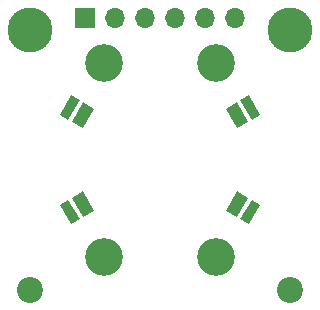
<source format=gbr>
G04 #@! TF.GenerationSoftware,KiCad,Pcbnew,5.1.9-73d0e3b20d~88~ubuntu20.04.1*
G04 #@! TF.CreationDate,2021-03-15T16:31:54+01:00*
G04 #@! TF.ProjectId,sbm-120-uv-mount,73626d2d-3132-4302-9d75-762d6d6f756e,rev?*
G04 #@! TF.SameCoordinates,Original*
G04 #@! TF.FileFunction,Soldermask,Top*
G04 #@! TF.FilePolarity,Negative*
%FSLAX46Y46*%
G04 Gerber Fmt 4.6, Leading zero omitted, Abs format (unit mm)*
G04 Created by KiCad (PCBNEW 5.1.9-73d0e3b20d~88~ubuntu20.04.1) date 2021-03-15 16:31:54*
%MOMM*%
%LPD*%
G01*
G04 APERTURE LIST*
%ADD10C,3.200000*%
%ADD11R,1.700000X1.700000*%
%ADD12O,1.700000X1.700000*%
%ADD13C,2.200000*%
%ADD14C,0.100000*%
%ADD15C,3.800000*%
G04 APERTURE END LIST*
D10*
X145250000Y-91772759D03*
X154750000Y-91772759D03*
X154750000Y-108227241D03*
X145250000Y-108227241D03*
D11*
X143650000Y-88000000D03*
D12*
X146190000Y-88000000D03*
X148730000Y-88000000D03*
X151270000Y-88000000D03*
X153810000Y-88000000D03*
X156350000Y-88000000D03*
D13*
X139000000Y-111000000D03*
X161000000Y-111000000D03*
D14*
G36*
X157534327Y-94552276D02*
G01*
X158484327Y-96197724D01*
X157748205Y-96622724D01*
X156798205Y-94977276D01*
X157534327Y-94552276D01*
G37*
G36*
X156538397Y-95127276D02*
G01*
X157488397Y-96772724D01*
X156535769Y-97322724D01*
X155585769Y-95677276D01*
X156538397Y-95127276D01*
G37*
G36*
X157488397Y-103227276D02*
G01*
X156538397Y-104872724D01*
X155585769Y-104322724D01*
X156535769Y-102677276D01*
X157488397Y-103227276D01*
G37*
G36*
X158484327Y-103802276D02*
G01*
X157534327Y-105447724D01*
X156798205Y-105022724D01*
X157748205Y-103377276D01*
X158484327Y-103802276D01*
G37*
G36*
X141515673Y-96197724D02*
G01*
X142465673Y-94552276D01*
X143201795Y-94977276D01*
X142251795Y-96622724D01*
X141515673Y-96197724D01*
G37*
G36*
X142511603Y-96772724D02*
G01*
X143461603Y-95127276D01*
X144414231Y-95677276D01*
X143464231Y-97322724D01*
X142511603Y-96772724D01*
G37*
G36*
X143461603Y-104872724D02*
G01*
X142511603Y-103227276D01*
X143464231Y-102677276D01*
X144414231Y-104322724D01*
X143461603Y-104872724D01*
G37*
G36*
X142465673Y-105447724D02*
G01*
X141515673Y-103802276D01*
X142251795Y-103377276D01*
X143201795Y-105022724D01*
X142465673Y-105447724D01*
G37*
D15*
X161000000Y-89000000D03*
X139000000Y-89000000D03*
M02*

</source>
